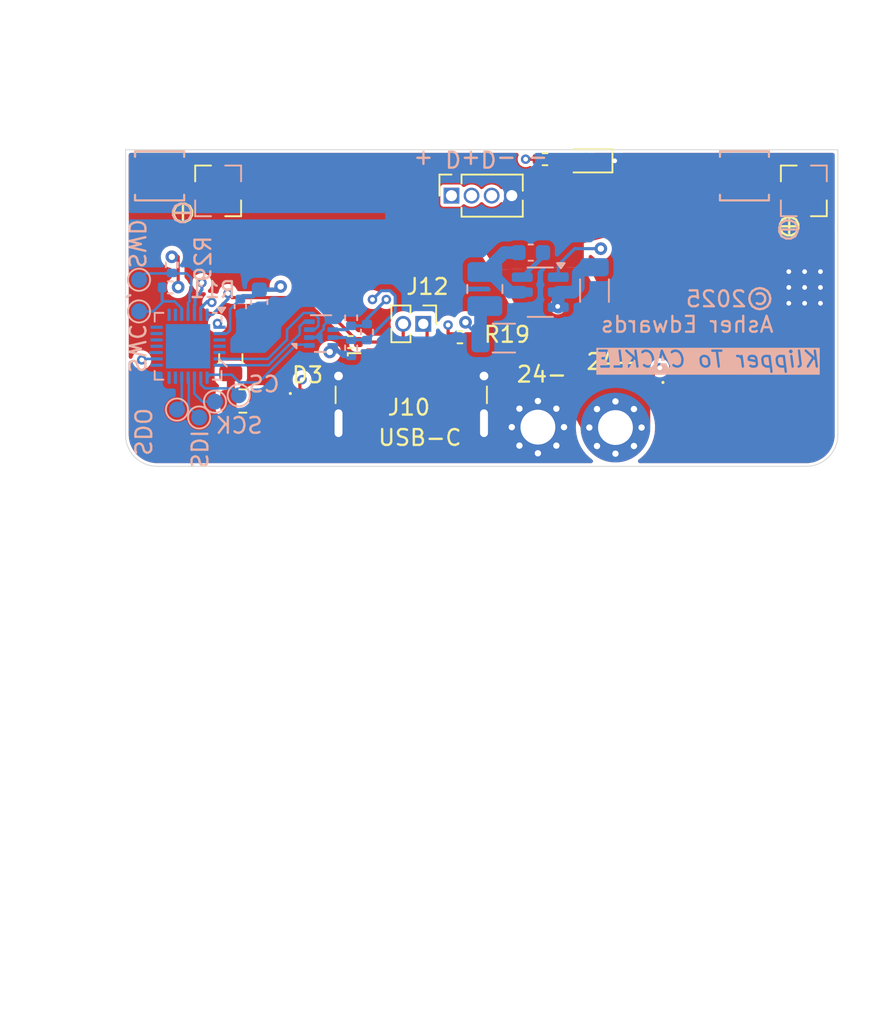
<source format=kicad_pcb>
(kicad_pcb (version 20241229) (generator "pcbnew") (generator_version "9.0")
  (title_block (title "CACKLE 2s 40A PSU & Charger") (date "2024-12-23") (rev "V1") (company "Author: Asher Edwards") (comment 1 "Licensed under CERN-OHL-S"))
  (layers (0 "F.Cu" signal) (4 "In1.Cu" signal) (6 "In2.Cu" signal) (2 "B.Cu" signal) (13 "F.Paste" user) (15 "B.Paste" user) (5 "F.SilkS" user "F.Silkscreen") (7 "B.SilkS" user "B.Silkscreen") (1 "F.Mask" user) (3 "B.Mask" user) (25 "Edge.Cuts" user))
  (net 0 "")
  (net 1 "/Connectors/3.3v")
  (net 2 "GND")
  (net 3 "/PSU/Always On PWR")
  (net 4 "/Connectors/HIGHPWR")
  (net 5 "/Connectors/USBPWR")
  (net 9 "Net-(U2-SW)")
  (net 10 "Net-(U2-BST)")
  (net 11 "unconnected-(U6-PB6-Pad17)")
  (net 13 "Net-(C7-Pad1)")
  (net 14 "/Connectors/RS485+")
  (net 15 "Net-(D4-A)")
  (net 16 "/Connectors/RS485-")
  (net 17 "/SCL")
  (net 18 "/SDA")
  (net 19 "/MCU/LED")
  (net 20 "/MCU/MISO")
  (net 22 "/Connectors/CC2")
  (net 23 "/MCU/UART1_RX")
  (net 24 "/MCU/MOSI")
  (net 25 "/MCU/UART1_TX")
  (net 26 "/MCU/SCLK")
  (net 27 "/Connectors/CC1")
  (net 28 "/Connectors/D-")
  (net 30 "/MCU/UART1-RTS")
  (net 34 "/MCU/CS")
  (net 40 "/Connectors/D+")
  (footprint "Connector_PinHeader_1.27mm:PinHeader_1x02_P1.27mm_Vertical" (layer "F.Cu") (at 126.91 123 -90)
    (property "Reference" "J12" (at -2.35 -0.265 180) (layer "F.SilkS"))
    (property "Value" "USB")
    (pad "1" thru_hole rect (at 0 0 270) (size 1 1) (drill 0.65) (layers "*.Cu" "*.Mask") (net 40 "/Connectors/D+"))
    (pad "2" thru_hole circle (at 0 1.27 270) (size 1 1) (drill 0.65) (layers "*.Cu" "*.Mask") (net 28 "/Connectors/D-"))
  )
  (footprint "Resistor_SMD:R_0805_2012Metric" (layer "F.Cu") (at 115.5125 127.875)
    (property "Reference" "R2" (hide yes))
    (property "Value" "2ohm")
    (pad "1" smd roundrect (at -0.9125 0) (size 1.025 1.4) (layers "F.Cu" "F.Mask" "F.Paste") (roundrect_rratio 0.243902) (net 13 "Net-(C7-Pad1)"))
    (pad "2" smd roundrect (at 0.9125 0) (size 1.025 1.4) (layers "F.Cu" "F.Mask" "F.Paste") (roundrect_rratio 0.243902) (net 5 "/Connectors/USBPWR"))
  )
  (footprint "Capacitor_SMD:C_0805_2012Metric" (layer "F.Cu") (at 114.75 125.175 90)
    (property "Reference" "C7" (hide yes))
    (property "Value" "10uF, 16v")
    (pad "1" smd roundrect (at -0.95 0 90) (size 1 1.45) (layers "F.Cu" "F.Mask" "F.Paste") (net 13 "Net-(C7-Pad1)"))
    (pad "2" smd roundrect (at 0.95 0 90) (size 1 1.45) (layers "F.Cu" "F.Mask" "F.Paste") (net 2 "GND"))
  )
  (footprint "Resistor_SMD:R_0402_1005Metric" (layer "F.Cu") (at 134.6 112.6)
    (property "Reference" "R25" (hide yes))
    (property "Value" "80.6 ohm")
    (pad "1" smd roundrect (at -0.51 0) (size 0.54 0.64) (layers "F.Cu" "F.Mask" "F.Paste") (net 19 "/MCU/LED"))
    (pad "2" smd roundrect (at 0.51 0) (size 0.54 0.64) (layers "F.Cu" "F.Mask" "F.Paste") (net 15 "Net-(D4-A)"))
  )
  (footprint "custom_Connector:Keystone_3579" (layer "F.Cu") (at 110.25 113.65 180)
    (property "Reference" "J3" (hide yes))
    (property "Value" "Keystone 3579")
    (pad "1" smd rect (at 0 0 180) (size 2.8 2.8) (layers "F.Cu" "F.Mask" "F.Paste") (net 4 "/Connectors/HIGHPWR"))
  )
  (footprint "custom_Connector:Keystone_3569_half" (layer "F.Cu") (at 113.95 112.05)
    (property "Reference" "J5" (hide yes))
    (property "Value" "Keystone 3569")
    (pad "1" smd rect (at 0 2.55) (size 2.5 2.8) (layers "F.Cu" "F.Mask" "F.Paste") (net 4 "/Connectors/HIGHPWR"))
  )
  (footprint "Resistor_SMD:R_0402_1005Metric" (layer "F.Cu") (at 122.3 124.15)
    (property "Reference" "R33" (hide yes))
    (property "Value" "5.1k")
    (pad "1" smd roundrect (at -0.51 0) (size 0.54 0.64) (layers "F.Cu" "F.Mask" "F.Paste") (net 2 "GND"))
    (pad "2" smd roundrect (at 0.51 0) (size 0.54 0.64) (layers "F.Cu" "F.Mask" "F.Paste") (net 27 "/Connectors/CC1"))
  )
  (footprint "custom_Connector:USB_C_G-Switch_GT-USB-7025-JLCPCBv" (layer "F.Cu") (at 126.15 128.985)
    (property "Reference" "J10" (at -0.15 -0.71 0) (layer "F.SilkS"))
    (property "Value" "G-Switch-GT-USB-7025")
    (pad "A1" smd roundrect (at -3 -3.45) (size 0.28 0.83) (layers "F.Cu" "F.Mask" "F.Paste") (net 2 "GND"))
    (pad "A4" smd roundrect (at -2.2 -3.45) (size 0.28 0.83) (layers "F.Cu" "F.Mask" "F.Paste") (net 5 "/Connectors/USBPWR"))
    (pad "A5" smd roundrect (at -1.4 -3.45) (size 0.28 0.83) (layers "F.Cu" "F.Mask" "F.Paste") (net 27 "/Connectors/CC1"))
    (pad "A6" smd roundrect (at -0.6 -3.45) (size 0.28 0.83) (layers "F.Cu" "F.Mask" "F.Paste") (net 40 "/Connectors/D+"))
    (pad "A7" smd roundrect (at -0.2 -3.45) (size 0.28 0.83) (layers "F.Cu" "F.Mask" "F.Paste") (net 28 "/Connectors/D-"))
    (pad "A8" smd roundrect (at 0.2 -3.45) (size 0.28 0.83) (layers "F.Cu" "F.Mask" "F.Paste"))
    (pad "A9" smd roundrect (at 1.8 -3.45) (size 0.28 0.83) (layers "F.Cu" "F.Mask" "F.Paste") (net 5 "/Connectors/USBPWR"))
    (pad "A12" smd roundrect (at 2.6 -3.45) (size 0.28 0.83) (layers "F.Cu" "F.Mask" "F.Paste") (net 2 "GND"))
    (pad "B1" smd roundrect (at 3 -3.45) (size 0.28 0.83) (layers "F.Cu" "F.Mask" "F.Paste") (net 2 "GND"))
    (pad "B4" smd roundrect (at 2.2 -3.45) (size 0.28 0.83) (layers "F.Cu" "F.Mask" "F.Paste") (net 5 "/Connectors/USBPWR"))
    (pad "B5" smd roundrect (at 1.4 -3.45) (size 0.28 0.83) (layers "F.Cu" "F.Mask" "F.Paste") (net 22 "/Connectors/CC2"))
    (pad "B6" smd roundrect (at 1 -3.45) (size 0.28 0.83) (layers "F.Cu" "F.Mask" "F.Paste") (net 40 "/Connectors/D+"))
    (pad "B7" smd roundrect (at 0.6 -3.45) (size 0.28 0.83) (layers "F.Cu" "F.Mask" "F.Paste") (net 28 "/Connectors/D-"))
    (pad "B8" smd roundrect (at -1 -3.45) (size 0.28 0.83) (layers "F.Cu" "F.Mask" "F.Paste"))
    (pad "B9" smd roundrect (at -1.8 -3.45) (size 0.28 0.83) (layers "F.Cu" "F.Mask" "F.Paste") (net 5 "/Connectors/USBPWR"))
    (pad "B12" smd roundrect (at -2.6 -3.45) (size 0.28 0.83) (layers "F.Cu" "F.Mask" "F.Paste") (net 2 "GND"))
    (pad "GND" smd roundrect (at -3.515 -3.45) (size 0.45 0.83) (layers "F.Cu" "F.Mask" "F.Paste") (net 2 "GND"))
    (pad "GND" smd roundrect (at 3.515 -3.45) (size 0.45 0.83) (layers "F.Cu" "F.Mask" "F.Paste") (net 2 "GND"))
    (pad "S1" thru_hole circle (at -4.595 -2.69) (size 0.85 0.85) (drill 0.55) (layers "*.Cu" "*.Mask") (net 2 "GND"))
    (pad "S1" thru_hole oval (at -4.595 0.29) (size 0.8 2.05) (drill oval 0.5 1.75) (layers "*.Cu" "*.Mask") (net 2 "GND"))
    (pad "S1" thru_hole circle (at 4.595 -2.69) (size 0.85 0.85) (drill 0.55) (layers "*.Cu" "*.Mask") (net 2 "GND"))
    (pad "S1" thru_hole oval (at 4.595 0.29) (size 0.8 2.05) (drill oval 0.5 1.75) (layers "*.Cu" "*.Mask") (net 2 "GND"))
  )
  (footprint "Connector_PinSocket_1.27mm:PinSocket_1x04_P1.27mm_Vertical" (layer "F.Cu") (at 128.69 114.9 90)
    (property "Reference" "J11" (hide yes))
    (property "Value" "1.27mm 4 pin socket")
    (pad "1" thru_hole rect (at 0 0 90) (size 1 1) (drill 0.7) (layers "*.Cu" "*.Mask") (net 1 "/Connectors/3.3v"))
    (pad "2" thru_hole oval (at 0 1.27 90) (size 1 1) (drill 0.7) (layers "*.Cu" "*.Mask") (net 14 "/Connectors/RS485+"))
    (pad "3" thru_hole oval (at 0 2.54 90) (size 1 1) (drill 0.7) (layers "*.Cu" "*.Mask") (net 16 "/Connectors/RS485-"))
    (pad "4" thru_hole oval (at 0 3.81 90) (size 1 1) (drill 0.7) (layers "*.Cu" "*.Mask") (net 2 "GND"))
  )
  (footprint "LED_SMD:LED_0603_1608Metric_Pad1.05x0.95mm_HandSolder" (layer "F.Cu") (at 137.2 112.7 180)
    (property "Reference" "D4" (hide yes))
    (property "Value" "2.6~3.1 Fv Green 5ma")
    (pad "1" smd roundrect (at -0.875 0 180) (size 1.05 0.95) (layers "F.Cu" "F.Mask" "F.Paste") (net 2 "GND"))
    (pad "2" smd roundrect (at 0.875 0 180) (size 1.05 0.95) (layers "F.Cu" "F.Mask" "F.Paste") (net 15 "Net-(D4-A)"))
  )
  (footprint "custom_Connector:Keystone_3579" (layer "F.Cu") (at 147.199999 113.65 180)
    (property "Reference" "J1" (hide yes))
    (property "Value" "Keystone 3579")
    (pad "1" smd rect (at 0 0 180) (size 2.8 2.8) (layers "F.Cu" "F.Mask" "F.Paste") (net 4 "/Connectors/HIGHPWR"))
  )
  (footprint "MountingHole:MountingHole_2.2mm_M2_Pad_Via" (layer "F.Cu") (at 139.05 129.55)
    (property "Reference" "H1" (hide yes))
    (property "Value" "HIGHPWR")
    (pad "1" thru_hole circle (at -1.65 0) (size 0.7 0.7) (drill 0.4) (layers "*.Cu" "*.Mask") (net 4 "/Connectors/HIGHPWR"))
    (pad "1" thru_hole circle (at -1.166726 -1.166726) (size 0.7 0.7) (drill 0.4) (layers "*.Cu" "*.Mask") (net 4 "/Connectors/HIGHPWR"))
    (pad "1" thru_hole circle (at -1.166726 1.166726) (size 0.7 0.7) (drill 0.4) (layers "*.Cu" "*.Mask") (net 4 "/Connectors/HIGHPWR"))
    (pad "1" thru_hole circle (at 0 -1.65) (size 0.7 0.7) (drill 0.4) (layers "*.Cu" "*.Mask") (net 4 "/Connectors/HIGHPWR"))
    (pad "1" thru_hole circle (at 0 0) (size 4.4 4.4) (drill 2.2) (layers "*.Cu" "*.Mask") (net 4 "/Connectors/HIGHPWR"))
    (pad "1" thru_hole circle (at 0 1.65) (size 0.7 0.7) (drill 0.4) (layers "*.Cu" "*.Mask") (net 4 "/Connectors/HIGHPWR"))
    (pad "1" thru_hole circle (at 1.166726 -1.166726) (size 0.7 0.7) (drill 0.4) (layers "*.Cu" "*.Mask") (net 4 "/Connectors/HIGHPWR"))
    (pad "1" thru_hole circle (at 1.166726 1.166726) (size 0.7 0.7) (drill 0.4) (layers "*.Cu" "*.Mask") (net 4 "/Connectors/HIGHPWR"))
    (pad "1" thru_hole circle (at 1.65 0) (size 0.7 0.7) (drill 0.4) (layers "*.Cu" "*.Mask") (net 4 "/Connectors/HIGHPWR"))
  )
  (footprint "Resistor_SMD:R_0402_1005Metric" (layer "F.Cu") (at 129.225 123.85 180)
    (property "Reference" "R19" (at -2.975 0.175 0) (layer "F.SilkS"))
    (property "Value" "5.1k")
    (pad "1" smd roundrect (at -0.51 0 180) (size 0.54 0.64) (layers "F.Cu" "F.Mask" "F.Paste") (net 2 "GND"))
    (pad "2" smd roundrect (at 0.51 0 180) (size 0.54 0.64) (layers "F.Cu" "F.Mask" "F.Paste") (net 22 "/Connectors/CC2"))
  )
  (footprint "custom_Connector:Keystone_3569_half" (layer "F.Cu") (at 150.95 112.05)
    (property "Reference" "J4" (hide yes))
    (property "Value" "Keystone 3569")
    (pad "1" smd rect (at 0 2.55) (size 2.5 2.8) (layers "F.Cu" "F.Mask" "F.Paste") (net 4 "/Connectors/HIGHPWR"))
  )
  (footprint "Diode_SMD:D_0402_1005Metric" (layer "F.Cu") (at 119.6 127.4)
    (property "Reference" "D3" (at 0 -1.17 0) (layer "F.SilkS"))
    (property "Value" "GSDH3005")
    (pad "1" smd roundrect (at -0.485 0) (size 0.59 0.64) (layers "F.Cu" "F.Mask" "F.Paste") (net 3 "/PSU/Always On PWR"))
    (pad "2" smd roundrect (at 0.485 0) (size 0.59 0.64) (layers "F.Cu" "F.Mask" "F.Paste") (net 5 "/Connectors/USBPWR"))
  )
  (footprint "Diode_SMD:D_0402_1005Metric" (layer "F.Cu") (at 140.96 126.7 180)
    (property "Reference" "D2" (hide yes))
    (property "Value" "GSDH3005")
    (pad "1" smd roundrect (at -0.485 0 180) (size 0.59 0.64) (layers "F.Cu" "F.Mask" "F.Paste") (net 3 "/PSU/Always On PWR"))
    (pad "2" smd roundrect (at 0.485 0 180) (size 0.59 0.64) (layers "F.Cu" "F.Mask" "F.Paste") (net 4 "/Connectors/HIGHPWR"))
  )
  (footprint "Resistor_SMD:R_0402_1005Metric" (layer "B.Cu") (at 122.351444 122.615006 90)
    (property "Reference" "R26" (hide yes))
    (property "Value" "120 ohm")
    (pad "1" smd roundrect (at -0.51 0 90) (size 0.54 0.64) (layers "B.Cu" "B.Mask" "B.Paste") (net 16 "/Connectors/RS485-"))
    (pad "2" smd roundrect (at 0.51 0 90) (size 0.54 0.64) (layers "B.Cu" "B.Mask" "B.Paste") (net 2 "GND"))
  )
  (footprint "Capacitor_SMD:C_1206_3216Metric" (layer "B.Cu") (at 137.725 120.9 -90)
    (property "Reference" "C28" (hide yes))
    (property "Value" "22uf, 32v")
    (pad "1" smd roundrect (at -1.475001 0 270) (size 1.15 1.8) (layers "B.Cu" "B.Mask" "B.Paste") (roundrect_rratio 0.217391) (net 3 "/PSU/Always On PWR"))
    (pad "2" smd roundrect (at 1.475001 0 270) (size 1.15 1.8) (layers "B.Cu" "B.Mask" "B.Paste") (roundrect_rratio 0.217391) (net 2 "GND"))
  )
  (footprint "Capacitor_SMD:C_0603_1608Metric" (layer "B.Cu") (at 133.7 118.5 180)
    (property "Reference" "C40" (hide yes))
    (property "Value" "100nF, 16v")
    (pad "1" smd roundrect (at -0.775 0 180) (size 0.9 0.95) (layers "B.Cu" "B.Mask" "B.Paste") (net 10 "Net-(U2-BST)"))
    (pad "2" smd roundrect (at 0.775 0 180) (size 0.9 0.95) (layers "B.Cu" "B.Mask" "B.Paste") (net 9 "Net-(U2-SW)"))
  )
  (footprint "TestPoint:TestPoint_Pad_D1.0mm" (layer "B.Cu") (at 108.951444 120.215006 180)
    (property "Reference" "TP4" (hide yes))
    (property "Value" "SWD" (hide yes))
    (pad "1" smd circle (at 0 0 180) (size 1 1) (layers "B.Cu" "B.Mask") (net 18 "/SDA"))
  )
  (footprint "TestPoint:TestPoint_Pad_D1.0mm" (layer "B.Cu") (at 113.751444 127.915006 180)
    (property "Reference" "TP3" (hide yes))
    (property "Value" "SCK" (at -1.523556 -1.509994 180) (layer "B.SilkS") (effects (justify mirror)))
    (pad "1" smd circle (at 0 0 180) (size 1 1) (layers "B.Cu" "B.Mask") (net 26 "/MCU/SCLK"))
  )
  (footprint "Package_TO_SOT_SMD:SOT-583-8" (layer "B.Cu") (at 120.451444 123.615006)
    (property "Reference" "U5" (hide yes))
    (property "Value" "THVD1420DRLR")
    (pad "1" smd roundrect (at -0.74 0.75) (size 0.67 0.3) (layers "B.Cu" "B.Mask" "B.Paste") (roundrect_rratio 0.1666666667) (net 23 "/MCU/UART1_RX"))
    (pad "2" smd roundrect (at -0.74 0.25) (size 0.67 0.3) (layers "B.Cu" "B.Mask" "B.Paste") (roundrect_rratio 0.1666666667) (net 2 "GND"))
    (pad "3" smd roundrect (at -0.74 -0.25) (size 0.67 0.3) (layers "B.Cu" "B.Mask" "B.Paste") (roundrect_rratio 0.1666666667) (net 30 "/MCU/UART1-RTS"))
    (pad "4" smd roundrect (at -0.74 -0.75) (size 0.67 0.3) (layers "B.Cu" "B.Mask" "B.Paste") (roundrect_rratio 0.1666666667) (net 25 "/MCU/UART1_TX"))
    (pad "5" smd roundrect (at 0.74 -0.75) (size 0.67 0.3) (layers "B.Cu" "B.Mask" "B.Paste") (roundrect_rratio 0.1666666667) (net 2 "GND"))
    (pad "6" smd roundrect (at 0.74 -0.25) (size 0.67 0.3) (layers "B.Cu" "B.Mask" "B.Paste") (roundrect_rratio 0.1666666667) (net 16 "/Connectors/RS485-"))
    (pad "7" smd roundrect (at 0.74 0.25) (size 0.67 0.3) (layers "B.Cu" "B.Mask" "B.Paste") (roundrect_rratio 0.1666666667) (net 14 "/Connectors/RS485+"))
    (pad "8" smd roundrect (at 0.74 0.75) (size 0.67 0.3) (layers "B.Cu" "B.Mask" "B.Paste") (roundrect_rratio 0.1666666667) (net 1 "/Connectors/3.3v"))
  )
  (footprint "TestPoint:TestPoint_Pad_D1.0mm" (layer "B.Cu") (at 115.251444 127.515006 180)
    (property "Reference" "TP2" (hide yes))
    (property "Value" "CS" (at -1.6 0.7 0) (layer "B.SilkS") (effects (justify mirror)))
    (pad "1" smd circle (at 0 0 180) (size 1 1) (layers "B.Cu" "B.Mask") (net 34 "/MCU/CS"))
  )
  (footprint "Inductor_SMD:L_1008_2520Metric" (layer "B.Cu") (at 130.8 120.8 -90)
    (property "Reference" "L3" (hide yes))
    (property "Value" "2.2uH, WIP322512A-2R2MLDG")
    (pad "1" smd roundrect (at -1.075 0 270) (size 1.25 2.2) (layers "B.Cu" "B.Mask" "B.Paste") (roundrect_rratio 0.2) (net 9 "Net-(U2-SW)"))
    (pad "2" smd roundrect (at 1.075 0 270) (size 1.25 2.2) (layers "B.Cu" "B.Mask" "B.Paste") (roundrect_rratio 0.2) (net 1 "/Connectors/3.3v"))
  )
  (footprint "Resistor_SMD:R_0402_1005Metric" (layer "B.Cu") (at 111.025 119.275 90)
    (property "Reference" "R29" (at 0.375 1.975 90) (layer "B.SilkS") (effects (justify mirror)))
    (property "Value" "10k")
    (pad "1" smd roundrect (at -0.51 0 90) (size 0.54 0.64) (layers "B.Cu" "B.Mask" "B.Paste") (net 18 "/SDA"))
    (pad "2" smd roundrect (at 0.51 0 90) (size 0.54 0.64) (layers "B.Cu" "B.Mask" "B.Paste") (net 1 "/Connectors/3.3v"))
  )
  (footprint "TestPoint:TestPoint_Pad_D1.0mm" (layer "B.Cu") (at 112.751444 128.915006 180)
    (property "Reference" "TP5" (hide yes))
    (property "Value" "SDI" (at 0.026444 -2.009994 270) (layer "B.SilkS") (effects (justify mirror)))
    (pad "1" smd circle (at 0 0 180) (size 1 1) (layers "B.Cu" "B.Mask") (net 20 "/MCU/MISO"))
  )
  (footprint "Resistor_SMD:R_0402_1005Metric" (layer "B.Cu") (at 110.925 120.7)
    (property "Reference" "R11" (at 2.675 0.15 180) (layer "B.SilkS") (effects (justify mirror)))
    (property "Value" "10k")
    (pad "1" smd roundrect (at -0.51 0) (size 0.54 0.64) (layers "B.Cu" "B.Mask" "B.Paste") (net 17 "/SCL"))
    (pad "2" smd roundrect (at 0.51 0) (size 0.54 0.64) (layers "B.Cu" "B.Mask" "B.Paste") (net 1 "/Connectors/3.3v"))
  )
  (footprint "TestPoint:TestPoint_Pad_D1.0mm" (layer "B.Cu") (at 111.351444 128.415006 180)
    (property "Reference" "TP6" (hide yes))
    (property "Value" "SDO" (at 2.176444 -1.409994 270) (layer "B.SilkS") (effects (justify mirror)))
    (pad "1" smd circle (at 0 0 180) (size 1 1) (layers "B.Cu" "B.Mask") (net 24 "/MCU/MOSI"))
  )
  (footprint "Resistor_SMD:R_0402_1005Metric" (layer "B.Cu") (at 123.351444 123.515006 -90)
    (property "Reference" "R27" (hide yes))
    (property "Value" "120 ohm")
    (pad "1" smd roundrect (at -0.51 0 270) (size 0.54 0.64) (layers "B.Cu" "B.Mask" "B.Paste") (net 16 "/Connectors/RS485-"))
    (pad "2" smd roundrect (at 0.51 0 270) (size 0.54 0.64) (layers "B.Cu" "B.Mask" "B.Paste") (net 14 "/Connectors/RS485+"))
  )
  (footprint "custom_Connector:Keystone_3569_half" (layer "B.Cu") (at 150.95 112.05 180)
    (property "Reference" "J8" (hide yes))
    (property "Value" "Keystone 3569")
    (pad "1" smd rect (at 0 -2.55 180) (size 2.5 2.8) (layers "B.Cu" "B.Mask" "B.Paste") (net 2 "GND"))
  )
  (footprint "Capacitor_SMD:C_0402_1005Metric" (layer "B.Cu") (at 115.351444 121.915006 -90)
    (property "Reference" "C25" (hide yes))
    (property "Value" "100nF, 16v")
    (pad "1" smd roundrect (at -0.48 0 270) (size 0.56 0.62) (layers "B.Cu" "B.Mask" "B.Paste") (net 1 "/Connectors/3.3v"))
    (pad "2" smd roundrect (at 0.48 0 270) (size 0.56 0.62) (layers "B.Cu" "B.Mask" "B.Paste") (net 2 "GND"))
  )
  (footprint "custom_Connector:Keystone_3579" (layer "B.Cu") (at 110.25 113.65)
    (property "Reference" "J7" (hide yes))
    (property "Value" "Keystone 3579")
    (pad "1" smd rect (at 0 0) (size 2.8 2.8) (layers "B.Cu" "B.Mask" "B.Paste") (net 2 "GND"))
  )
  (footprint "Capacitor_SMD:C_1206_3216Metric" (layer "B.Cu") (at 132 123.9)
    (property "Reference" "C27" (hide yes))
    (property "Value" "22uf, 16v CL31A226MOCLNN")
    (pad "1" smd roundrect (at -1.475 0) (size 1.15 1.8) (layers "B.Cu" "B.Mask" "B.Paste") (roundrect_rratio 0.217391) (net 1 "/Connectors/3.3v"))
    (pad "2" smd roundrect (at 1.475 0) (size 1.15 1.8) (layers "B.Cu" "B.Mask" "B.Paste") (roundrect_rratio 0.217391) (net 2 "GND"))
  )
  (footprint "Package_DFN_QFN:QFN-28-1EP_4x4mm_P0.4mm_EP2.8x2.8mm" (layer "B.Cu") (at 112.051444 124.415006 180)
    (property "Reference" "U6" (hide yes))
    (property "Value" "CH32X035G8U6")
    (pad "1" smd roundrect (at -1.9875 1.2 180) (size 0.775 0.2) (layers "B.Cu" "B.Mask" "B.Paste") (net 22 "/Connectors/CC2"))
    (pad "2" smd roundrect (at -1.9875 0.8 180) (size 0.775 0.2) (layers "B.Cu" "B.Mask" "B.Paste") (net 1 "/Connectors/3.3v"))
    (pad "3" smd roundrect (at -1.9875 0.4 180) (size 0.775 0.2) (layers "B.Cu" "B.Mask" "B.Paste"))
    (pad "4" smd roundrect (at -1.9875 0 180) (size 0.775 0.2) (layers "B.Cu" "B.Mask" "B.Paste"))
    (pad "5" smd roundrect (at -1.9875 -0.4 180) (size 0.775 0.2) (layers "B.Cu" "B.Mask" "B.Paste"))
    (pad "6" smd roundrect (at -1.9875 -0.8 180) (size 0.775 0.2) (layers "B.Cu" "B.Mask" "B.Paste") (net 30 "/MCU/UART1-RTS"))
    (pad "7" smd roundrect (at -1.9875 -1.2 180) (size 0.775 0.2) (layers "B.Cu" "B.Mask" "B.Paste") (net 25 "/MCU/UART1_TX"))
    (pad "8" smd roundrect (at -1.2 -1.9875 180) (size 0.2 0.775) (layers "B.Cu" "B.Mask" "B.Paste") (net 23 "/MCU/UART1_RX"))
    (pad "9" smd roundrect (at -0.8 -1.9875 180) (size 0.2 0.775) (layers "B.Cu" "B.Mask" "B.Paste") (net 34 "/MCU/CS"))
    (pad "10" smd roundrect (at -0.4 -1.9875 180) (size 0.2 0.775) (layers "B.Cu" "B.Mask" "B.Paste") (net 26 "/MCU/SCLK"))
    (pad "11" smd roundrect (at 0 -1.9875 180) (size 0.2 0.775) (layers "B.Cu" "B.Mask" "B.Paste") (net 20 "/MCU/MISO"))
    (pad "12" smd roundrect (at 0.4 -1.9875 180) (size 0.2 0.775) (layers "B.Cu" "B.Mask" "B.Paste") (net 24 "/MCU/MOSI"))
    (pad "13" smd roundrect (at 0.8 -1.9875 180) (size 0.2 0.775) (layers "B.Cu" "B.Mask" "B.Paste"))
    (pad "14" smd roundrect (at 1.2 -1.9875 180) (size 0.2 0.775) (layers "B.Cu" "B.Mask" "B.Paste"))
    (pad "15" smd roundrect (at 1.9875 -1.2 180) (size 0.775 0.2) (layers "B.Cu" "B.Mask" "B.Paste"))
    (pad "16" smd roundrect (at 1.9875 -0.8 180) (size 0.775 0.2) (layers "B.Cu" "B.Mask" "B.Paste") (net 19 "/MCU/LED"))
    (pad "17" smd roundrect (at 1.9875 -0.4 180) (size 0.775 0.2) (layers "B.Cu" "B.Mask" "B.Paste") (net 11 "unconnected-(U6-PB6-Pad17)"))
    (pad "18" smd roundrect (at 1.9875 0 180) (size 0.775 0.2) (layers "B.Cu" "B.Mask" "B.Paste"))
    (pad "19" smd roundrect (at 1.9875 0.4 180) (size 0.775 0.2) (layers "B.Cu" "B.Mask" "B.Paste"))
    (pad "20" smd roundrect (at 1.9875 0.8 180) (size 0.775 0.2) (layers "B.Cu" "B.Mask" "B.Paste"))
    (pad "21" smd roundrect (at 1.9875 1.2 180) (size 0.775 0.2) (layers "B.Cu" "B.Mask" "B.Paste"))
    (pad "22" smd roundrect (at 1.2 1.9875 180) (size 0.2 0.775) (layers "B.Cu" "B.Mask" "B.Paste"))
    (pad "23" smd roundrect (at 0.8 1.9875 180) (size 0.2 0.775) (layers "B.Cu" "B.Mask" "B.Paste"))
    (pad "24" smd roundrect (at 0.4 1.9875 180) (size 0.2 0.775) (layers "B.Cu" "B.Mask" "B.Paste") (net 17 "/SCL"))
    (pad "25" smd roundrect (at 0 1.9875 180) (size 0.2 0.775) (layers "B.Cu" "B.Mask" "B.Paste") (net 18 "/SDA"))
    (pad "26" smd roundrect (at -0.4 1.9875 180) (size 0.2 0.775) (layers "B.Cu" "B.Mask" "B.Paste") (net 28 "/Connectors/D-"))
    (pad "27" smd roundrect (at -0.8 1.9875 180) (size 0.2 0.775) (layers "B.Cu" "B.Mask" "B.Paste") (net 40 "/Connectors/D+"))
    (pad "28" smd roundrect (at -1.2 1.9875 180) (size 0.2 0.775) (layers "B.Cu" "B.Mask" "B.Paste") (net 27 "/Connectors/CC1"))
    (pad "29" smd rect (at 0 0 180) (size 2.8 2.8) (property pad_prop_heatsink) (layers "B.Cu" "B.Mask") (net 2 "GND"))
  )
  (footprint "TestPoint:TestPoint_Pad_D1.0mm" (layer "B.Cu") (at 108.951444 122.215006 180)
    (property "Reference" "TP1" (hide yes))
    (property "Value" "SWC" (hide yes))
    (pad "1" smd circle (at 0 0 180) (size 1 1) (layers "B.Cu" "B.Mask") (net 17 "/SCL"))
  )
  (footprint "Resistor_SMD:R_0402_1005Metric" (layer "B.Cu") (at 122.351444 124.515006 90)
    (property "Reference" "R28" (hide yes))
    (property "Value" "120 ohm")
    (pad "1" smd roundrect (at -0.51 0 90) (size 0.54 0.64) (layers "B.Cu" "B.Mask" "B.Paste") (net 1 "/Connectors/3.3v"))
    (pad "2" smd roundrect (at 0.51 0 90) (size 0.54 0.64) (layers "B.Cu" "B.Mask" "B.Paste") (net 14 "/Connectors/RS485+"))
  )
  (footprint "Package_TO_SOT_SMD:TSOT-23-6" (layer "B.Cu") (at 134.3 121 180)
    (property "Reference" "U2" (hide yes))
    (property "Value" "AP63203WU")
    (pad "1" smd roundrect (at -1.1375 0.95 180) (size 1.325 0.6) (layers "B.Cu" "B.Mask" "B.Paste") (net 1 "/Connectors/3.3v"))
    (pad "2" smd roundrect (at -1.1375 0 180) (size 1.325 0.6) (layers "B.Cu" "B.Mask" "B.Paste") (net 3 "/PSU/Always On PWR"))
    (pad "3" smd roundrect (at -1.1375 -0.95 180) (size 1.325 0.6) (layers "B.Cu" "B.Mask" "B.Paste") (net 3 "/PSU/Always On PWR"))
    (pad "4" smd roundrect (at 1.1375 -0.95 180) (size 1.325 0.6) (layers "B.Cu" "B.Mask" "B.Paste") (net 2 "GND"))
    (pad "5" smd roundrect (at 1.1375 0 180) (size 1.325 0.6) (layers "B.Cu" "B.Mask" "B.Paste") (net 9 "Net-(U2-SW)"))
    (pad "6" smd roundrect (at 1.1375 0.95 180) (size 1.325 0.6) (layers "B.Cu" "B.Mask" "B.Paste") (net 10 "Net-(U2-BST)"))
  )
  (footprint "custom_Connector:Keystone_3569_half" (layer "B.Cu") (at 113.95 112.05 180)
    (property "Reference" "J9" (hide yes))
    (property "Value" "Keystone 3569")
    (pad "1" smd rect (at 0 -2.55 180) (size 2.5 2.8) (layers "B.Cu" "B.Mask" "B.Paste") (net 2 "GND"))
  )
  (footprint "Capacitor_SMD:C_0603_1608Metric" (layer "B.Cu") (at 116.551444 121.615006 -90)
    (property "Reference" "C26" (hide yes))
    (property "Value" "4.7uF, 16v")
    (pad "1" smd roundrect (at -0.775 0 270) (size 0.9 0.95) (layers "B.Cu" "B.Mask" "B.Paste") (net 1 "/Connectors/3.3v"))
    (pad "2" smd roundrect (at 0.775 0 270) (size 0.9 0.95) (layers "B.Cu" "B.Mask" "B.Paste") (net 2 "GND"))
  )
  (footprint "custom_Connector:Keystone_3579" (layer "B.Cu") (at 147.200001 113.65)
    (property "Reference" "J6" (hide yes))
    (property "Value" "Keystone 3579")
    (pad "1" smd rect (at 0 0) (size 2.8 2.8) (layers "B.Cu" "B.Mask" "B.Paste") (net 2 "GND"))
  )
  (footprint "MountingHole:MountingHole_2.2mm_M2_Pad_Via" (layer "B.Cu") (at 134.15 129.525 -45)
    (property "Reference" "H2" (hide yes))
    (property "Value" "HIGHGND")
    (pad "1" thru_hole circle (at -1.65 0 315) (size 0.7 0.7) (drill 0.4) (layers "*.Cu" "*.Mask") (net 2 "GND"))
    (pad "1" thru_hole circle (at -1.166726 -1.166726 315) (size 0.7 0.7) (drill 0.4) (layers "*.Cu" "*.Mask") (net 2 "GND"))
    (pad "1" thru_hole circle (at -1.166726 1.166726 315) (size 0.7 0.7) (drill 0.4) (layers "*.Cu" "*.Mask") (net 2 "GND"))
    (pad "1" thru_hole circle (at 0 -1.65 315) (size 0.7 0.7) (drill 0.4) (layers "*.Cu" "*.Mask") (net 2 "GND"))
    (pad "1" thru_hole circle (at 0 0 315) (size 4.4 4.4) (drill 2.2) (layers "*.Cu" "*.Mask") (net 2 "GND"))
    (pad "1" thru_hole circle (at 0 1.65 315) (size 0.7 0.7) (drill 0.4) (layers "*.Cu" "*.Mask") (net 2 "GND"))
    (pad "1" thru_hole circle (at 1.166726 -1.166726 315) (size 0.7 0.7) (drill 0.4) (layers "*.Cu" "*.Mask") (net 2 "GND"))
    (pad "1" thru_hole circle (at 1.166726 1.166726 315) (size 0.7 0.7) (drill 0.4) (layers "*.Cu" "*.Mask") (net 2 "GND"))
    (pad "1" thru_hole circle (at 1.65 0 315) (size 0.7 0.7) (drill 0.4) (layers "*.Cu" "*.Mask") (net 2 "GND"))
  )
  (gr_line (start 114.5 125.7) (end 114 125.2) (stroke (width 0.12)) (layer "B.SilkS"))
  (gr_line (start 108.1 130) (end 108.1 112) (stroke (width 0.05)) (layer "Edge.Cuts"))
  (gr_line (start 108.1 112) (end 153.1 112) (stroke (width 0.05)) (layer "Edge.Cuts"))
  (gr_arc (start 153.1 130) (mid 152.514214 131.414214) (end 151.1 132) (stroke (width 0.05)) (layer "Edge.Cuts"))
  (gr_line (start 151.1 132) (end 110.1 132) (stroke (width 0.05)) (layer "Edge.Cuts"))
  (gr_arc (start 110.1 132) (mid 108.685786 131.414214) (end 108.1 130) (stroke (width 0.05)) (layer "Edge.Cuts"))
  (gr_line (start 153.1 112) (end 153.1 130) (stroke (width 0.05)) (layer "Edge.Cuts"))
  (gr_text "USB-C" (at 123.975 130.775 0) (layer "F.SilkS") (effects (font (size 1 1)) (justify left bottom)))
  (gr_text "⊕" (at 110.7 116.75 -0) (layer "F.SilkS") (effects (font (size 1.5 1.5)) (justify left bottom)))
  (gr_text "24+" (at 137.125 125.975 0) (layer "F.SilkS") (effects (font (size 1 1)) (justify left bottom)))
  (gr_text "24-" (at 132.725 126.775 0) (layer "F.SilkS") (effects (font (size 1 1)) (justify left bottom)))
  (gr_text "⊕" (at 149 117.6 -0) (layer "F.SilkS") (effects (font (size 1.5 1.5)) (justify left bottom)))
  (gr_text "⊖" (at 151 117.8 0) (layer "B.SilkS") (effects (font (size 1.5 1.5)) (justify left bottom mirror)))
  (gr_text "Klipper To CACKLE" (at 152.1 125.825 0) (layer "B.SilkS" knockout) (effects (font (size 1 1) (thickness 0.15) (italic yes)) (justify left bottom mirror)))
  (gr_text "⊖" (at 112.7 116.75 0) (layer "B.SilkS") (effects (font (size 1.5 1.5)) (justify left bottom mirror)))
  (gr_text "+ D+D- -" (at 126.2 112 180) (layer "B.SilkS") (effects (font (size 1 1)) (justify left bottom mirror)))
  (gr_text "©2025\nAsher Edwards" (at 149.125 123.625 0) (layer "B.SilkS") (effects (font (size 1 1)) (justify left bottom mirror)))
  (gr_text "SWC  ,  SWD" (at 108.225 126.2 270) (layer "B.SilkS") (effects (font (size 1 1)) (justify left bottom mirror)))
  (segment (start 111.425 118.775) (end 111.175 118.525) (width 0.2) (layer "F.Cu") (net 1))
  (segment (start 111.175 118.525) (end 111.025 118.675) (width 0.2) (layer "F.Cu") (net 1))
  (segment (start 111.425 120.675) (end 111.425 118.775) (width 0.2) (layer "F.Cu") (net 1))
  (segment (start 111.025 118.675) (end 111.025 118.765) (width 0.2) (layer "F.Cu") (net 1))
  (via (at 129.575 122.9) (size 0.8) (drill 0.4) (layers "F.Cu" "B.Cu") (net 1))
  (via (at 111.425 120.675) (size 0.8) (drill 0.4) (layers "F.Cu" "B.Cu") (net 1))
  (via (at 138.125 118.249999) (size 0.8) (drill 0.4) (layers "F.Cu" "B.Cu") (net 1))
  (via (at 117.89694 120.640006) (size 0.8) (drill 0.4) (layers "F.Cu" "B.Cu") (net 1))
  (via (at 111.025 118.765) (size 0.8) (drill 0.4) (layers "F.Cu" "B.Cu") (net 1))
  (via (at 121 124.775) (size 0.8) (drill 0.4) (layers "F.Cu" "B.Cu") (net 1))
  (segment (start 130.8 121.875) (end 130.525 122.15) (width 0.8) (layer "B.Cu") (net 1))
  (segment (start 116.136444 121.255006) (end 115.511444 121.255006) (width 0.28) (layer "B.Cu") (net 1))
  (segment (start 121.851444 125.025006) (end 121.191444 124.365006) (width 0.28) (layer "B.Cu") (net 1))
  (segment (start 117.89694 120.640006) (end 117.69694 120.840006) (width 0.28) (layer "B.Cu") (net 1))
  (segment (start 117.69694 120.840006) (end 116.551444 120.840006) (width 0.28) (layer "B.Cu") (net 1))
  (segment (start 138.125 118.249999) (end 136.475001 118.249999) (width 0.2) (layer "B.Cu") (net 1))
  (segment (start 130.525 123.9) (end 130.439966 123.985034) (width 0.6) (layer "B.Cu") (net 1))
  (segment (start 136.475001 118.249999) (end 135.4375 119.2875) (width 0.2) (layer "B.Cu") (net 1))
  (segment (start 111.435 120.7) (end 111.435 120.685) (width 0.2) (layer "B.Cu") (net 1))
  (segment (start 115.511444 121.255006) (end 115.351444 121.415006) (width 0.28) (layer "B.Cu") (net 1))
  (segment (start 111.435 120.685) (end 111.425 120.675) (width 0.2) (layer "B.Cu") (net 1))
  (segment (start 121 124.775) (end 122.101438 124.775) (width 0.2) (layer "B.Cu") (net 1))
  (segment (start 130.385034 123.985034) (end 130.439966 123.985034) (width 0.8) (layer "B.Cu") (net 1))
  (segment (start 114.038944 123.615006) (end 114.494522 123.615006) (width 0.16) (layer "B.Cu") (net 1))
  (segment (start 135.4375 119.2875) (end 135.4375 120.05) (width 0.2) (layer "B.Cu") (net 1))
  (segment (start 115.351444 121.415006) (end 115.351444 121.435006) (width 0.28) (layer "B.Cu") (net 1))
  (segment (start 130.525 122.15) (end 130.525 123.9) (width 0.8) (layer "B.Cu") (net 1))
  (segment (start 116.551444 120.840006) (end 116.136444 121.255006) (width 0.28) (layer "B.Cu") (net 1))
  (segment (start 129.575 122.9) (end 129.575 122.95) (width 0.2) (layer "B.Cu") (net 1))
  (segment (start 114.706444 122.080006) (end 115.351444 121.435006) (width 0.16) (layer "B.Cu") (net 1))
  (segment (start 129.575 122.95) (end 130.525 123.9) (width 0.2) (layer "B.Cu") (net 1))
  (segment (start 122.101438 124.775) (end 122.351444 125.025006) (width 0.2) (layer "B.Cu") (net 1))
  (segment (start 122.351444 125.025006) (end 121.851444 125.025006) (width 0.28) (layer "B.Cu") (net 1))
  (segment (start 114.706444 123.403084) (end 114.706444 122.080006) (width 0.16) (layer "B.Cu") (net 1))
  (segment (start 114.494522 123.615006) (end 114.706444 123.403084) (width 0.16) (layer "B.Cu") (net 1))
  (segment (start 139 112.7) (end 138.075 112.7) (width 0.16) (layer "F.Cu") (net 2))
  (via (at 150 121.7) (size 0.6) (drill 0.3) (layers "F.Cu" "B.Cu") (net 2))
  (via (at 152 120.7) (size 0.6) (drill 0.3) (layers "F.Cu" "B.Cu") (net 2))
  (via (at 151 120.7) (size 0.6) (drill 0.3) (layers "F.Cu" "B.Cu") (net 2))
  (via (at 151 121.7) (size 0.6) (drill 0.3) (layers "F.Cu" "B.Cu") (net 2))
  (via (at 152 119.7) (size 0.6) (drill 0.3) (layers "F.Cu" "B.Cu") (net 2))
  (via (at 150 120.7) (size 0.6) (drill 0.3) (layers "F.Cu" "B.Cu") (net 2))
  (via (at 152 121.7) (size 0.6) (drill 0.3) (layers "F.Cu" "B.Cu") (net 2))
  (via (at 139 112.7) (size 0.6) (drill 0.3) (layers "F.Cu" "B.Cu") (net 2))
  (via (at 151 119.7) (size 0.6) (drill 0.3) (layers "F.Cu" "B.Cu") (net 2))
  (via (at 150 119.7) (size 0.6) (drill 0.3) (layers "F.Cu" "B.Cu") (net 2))
  (segment (start 120.856444 122.865006) (end 121.191444 122.865006) (width 0.16) (layer "B.Cu") (net 2))
  (segment (start 120.616444 123.332408) (end 120.083846 123.865006) (width 0.16) (layer "B.Cu") (net 2))
  (segment (start 120.616444 123.105006) (end 120.856444 122.865006) (width 0.16) (layer "B.Cu") (net 2))
  (segment (start 116.596444 122.435006) (end 116.551444 122.390006) (width 0.16) (layer "B.Cu") (net 2))
  (segment (start 115.351444 122.395006) (end 116.546444 122.395006) (width 0.16) (layer "B.Cu") (net 2))
  (segment (start 119.681444 123.835006) (end 119.711444 123.865006) (width 0.16) (layer "B.Cu") (net 2))
  (segment (start 121.591444 122.865006) (end 122.351444 122.105006) (width 0.16) (layer "B.Cu") (net 2))
  (segment (start 115.341444 122.405006) (end 115.351444 122.395006) (width 0.16) (layer "B.Cu") (net 2))
  (segment (start 120.616444 123.332408) (end 120.616444 123.105006) (width 0.16) (layer "B.Cu") (net 2))
  (segment (start 121.191444 122.865006) (end 121.591444 122.865006) (width 0.16) (layer "B.Cu") (net 2))
  (segment (start 120.083846 123.865006) (end 119.711444 123.865006) (width 0.16) (layer "B.Cu") (net 2))
  (segment (start 116.546444 122.395006) (end 116.551444 122.390006) (width 0.16) (layer "B.Cu") (net 2))
  (segment (start 141.445 126.18) (end 141.85 125.775) (width 0.2) (layer "F.Cu") (net 3))
  (segment (start 119.115 127.4) (end 119.115 126.66) (width 0.2) (layer "F.Cu") (net 3))
  (segment (start 119.115 126.66) (end 119.25 126.525) (width 0.2) (layer "F.Cu") (net 3))
  (segment (start 141.445 126.7) (end 141.445 126.18) (width 0.2) (layer "F.Cu") (net 3))
  (via (at 141.85 125.775) (size 0.6) (drill 0.3) (layers "F.Cu" "B.Cu") (net 3))
  (via (at 119.25 126.525) (size 0.6) (drill 0.3) (layers "F.Cu" "B.Cu") (net 3))
  (via (at 135.4 121.9) (size 0.6) (drill 0.3) (layers "F.Cu" "B.Cu") (net 3))
  (segment (start 137.125 119.375) (end 136.7 119.8) (width 0.8) (layer "B.Cu") (net 3))
  (segment (start 137.424999 119.375) (end 137.125 119.375) (width 0.8) (layer "B.Cu") (net 3))
  (segment (start 135.4375 121) (end 135.4375 121.95) (width 0.8) (layer "B.Cu") (net 3))
  (segment (start 136.7 119.8) (end 136.7 120.6875) (width 0.8) (layer "B.Cu") (net 3))
  (segment (start 136.7 120.6875) (end 136.3875 121) (width 0.8) (layer "B.Cu") (net 3))
  (segment (start 136.3875 121) (end 135.4375 121) (width 0.8) (layer "B.Cu") (net 3))
  (segment (start 123.65 127.425) (end 124.1 126.975) (width 0.5) (layer "F.Cu") (net 5))
  (segment (start 128.199 127.326) (end 128.199 125.535) (width 0.5) (layer "F.Cu") (net 5))
  (segment (start 120.085 128.006536) (end 119.925 128.166536) (width 0.5) (layer "F.Cu") (net 5))
  (segment (start 124.199 126.876) (end 124.199 125.535) (width 0.5) (layer "F.Cu") (net 5))
  (segment (start 125.45 128.325) (end 127.2 128.325) (width 0.5) (layer "F.Cu") (net 5))
  (segment (start 119.925 128.166536) (end 120.891537 128.166536) (width 0.5) (layer "F.Cu") (net 5))
  (segment (start 124.1 126.975) (end 125.45 128.325) (width 0.5) (layer "F.Cu") (net 5))
  (segment (start 116.716536 128.166536) (end 119.925 128.166536) (width 0.5) (layer "F.Cu") (net 5))
  (segment (start 124.1 126.975) (end 124.199 126.876) (width 0.5) (layer "F.Cu") (net 5))
  (segment (start 127.2 128.325) (end 128.199 127.326) (width 0.5) (layer "F.Cu") (net 5))
  (segment (start 120.085 127.4) (end 120.085 128.006536) (width 0.5) (layer "F.Cu") (net 5))
  (segment (start 116.425 127.875) (end 116.716536 128.166536) (width 0.5) (layer "F.Cu") (net 5))
  (segment (start 120.891537 128.166536) (end 121.633073 127.425) (width 0.5) (layer "F.Cu") (net 5))
  (segment (start 121.633073 127.425) (end 123.65 127.425) (width 0.5) (layer "F.Cu") (net 5))
  (segment (start 132.925 118.5) (end 132.025 118.5) (width 0.8) (layer "B.Cu") (net 9))
  (segment (start 133.1625 121) (end 132.385184 121) (width 0.8) (layer "B.Cu") (net 9))
  (segment (start 131.110184 119.725) (end 130.8 119.725) (width 0.8) (layer "B.Cu") (net 9))
  (segment (start 132.385184 121) (end 131.110184 119.725) (width 0.8) (layer "B.Cu") (net 9))
  (segment (start 132.025 118.5) (end 130.8 119.725) (width 0.8) (layer "B.Cu") (net 9))
  (segment (start 134.475 118.7375) (end 133.1625 120.05) (width 0.28) (layer "B.Cu") (net 10))
  (segment (start 110.063944 124.815006) (end 109.664936 124.815006) (width 0.16) (layer "B.Cu") (net 11))
  (segment (start 114.75 126.125) (end 114.75 127.725) (width 0.5) (layer "F.Cu") (net 13))
  (segment (start 114.75 127.725) (end 114.6 127.875) (width 0.5) (layer "F.Cu") (net 13))
  (via (at 123.7 121.465) (size 0.6) (drill 0.3) (layers "F.Cu" "B.Cu") (net 14))
  (segment (start 122.211444 123.865006) (end 122.351444 124.005006) (width 0.2) (layer "B.Cu") (net 14))
  (segment (start 125.136 122.24045) (end 123.351444 124.025006) (width 0.2) (layer "B.Cu") (net 14))
  (segment (start 123.331444 124.005006) (end 123.351444 124.025006) (width 0.2) (layer "B.Cu") (net 14))
  (segment (start 123.7 121.465) (end 124.261 120.904) (width 0.2) (layer "B.Cu") (net 14))
  (segment (start 124.261 120.904) (end 124.807374 120.904) (width 0.2) (layer "B.Cu") (net 14))
  (segment (start 121.191444 123.865006) (end 122.211444 123.865006) (width 0.2) (layer "B.Cu") (net 14))
  (segment (start 125.136 121.232626) (end 125.136 122.24045) (width 0.2) (layer "B.Cu") (net 14))
  (segment (start 122.351444 124.005006) (end 123.331444 124.005006) (width 0.2) (layer "B.Cu") (net 14))
  (segment (start 124.807374 120.904) (end 125.136 121.232626) (width 0.2) (layer "B.Cu") (net 14))
  (segment (start 136.225 112.6) (end 136.325 112.7) (width 0.16) (layer "F.Cu") (net 15))
  (segment (start 135.11 112.6) (end 136.225 112.6) (width 0.16) (layer "F.Cu") (net 15))
  (via (at 124.575 121.465) (size 0.6) (drill 0.3) (layers "F.Cu" "B.Cu") (net 16))
  (segment (start 122.351444 123.125006) (end 123.231444 123.125006) (width 0.2) (layer "B.Cu") (net 16))
  (segment (start 123.231444 123.125006) (end 123.351444 123.005006) (width 0.2) (layer "B.Cu") (net 16))
  (segment (start 122.111444 123.365006) (end 122.351444 123.125006) (width 0.2) (layer "B.Cu") (net 16))
  (segment (start 121.191444 123.365006) (end 122.111444 123.365006) (width 0.2) (layer "B.Cu") (net 16))
  (segment (start 124.575 121.465) (end 123.351444 122.688556) (width 0.2) (layer "B.Cu") (net 16))
  (segment (start 123.351444 122.688556) (end 123.351444 123.005006) (width 0.2) (layer "B.Cu") (net 16))
  (segment (start 110.415 120.7) (end 110.415 121.508562) (width 0.2) (layer "B.Cu") (net 17))
  (segment (start 109.851444 122.215006) (end 108.951444 122.215006) (width 0.16) (layer "B.Cu") (net 17))
  (segment (start 110.851444 121.580006) (end 110.486444 121.580006) (width 0.16) (layer "B.Cu") (net 17))
  (segment (start 110.851444 121.580006) (end 111.202952 121.580006) (width 0.16) (layer "B.Cu") (net 17))
  (segment (start 111.202952 121.580006) (end 111.651444 122.028498) (width 0.16) (layer "B.Cu") (net 17))
  (segment (start 111.651444 122.028498) (end 111.651444 122.427506) (width 0.16) (layer "B.Cu") (net 17))
  (segment (start 110.486444 121.580006) (end 109.851444 122.215006) (width 0.16) (layer "B.Cu") (net 17))
  (segment (start 110.415 121.508562) (end 110.486444 121.580006) (width 0.2) (layer "B.Cu") (net 17))
  (segment (start 108.951444 120.215006) (end 109.351444 119.815006) (width 0.16) (layer "B.Cu") (net 18))
  (segment (start 112.15 121.234204) (end 112.145536 121.238668) (width 0.16) (layer "B.Cu") (net 18))
  (segment (start 112.15 121.01645) (end 112.15 121.234204) (width 0.16) (layer "B.Cu") (net 18))
  (segment (start 112.145536 121.57073) (end 112.051444 121.664822) (width 0.16) (layer "B.Cu") (net 18))
  (segment (start 112.251444 120.915006) (end 112.15 121.01645) (width 0.16) (layer "B.Cu") (net 18))
  (segment (start 111.951444 119.815006) (end 112.251444 120.115006) (width 0.16) (layer "B.Cu") (net 18))
  (segment (start 109.351444 119.815006) (end 111.951444 119.815006) (width 0.16) (layer "B.Cu") (net 18))
  (segment (start 112.145536 121.238668) (end 112.145536 121.57073) (width 0.16) (layer "B.Cu") (net 18))
  (segment (start 112.251444 120.115006) (end 112.251444 120.915006) (width 0.16) (layer "B.Cu") (net 18))
  (segment (start 112.051444 121.664822) (end 112.051444 122.427506) (width 0.16) (layer "B.Cu") (net 18))
  (segment (start 133.375 112.6) (end 134.09 112.6) (width 0.2) (layer "F.Cu") (net 19))
  (via (at 133.375 112.6) (size 0.6) (drill 0.3) (layers "F.Cu" "B.Cu") (net 19))
  (via (at 109.125 125.275) (size 0.6) (drill 0.3) (layers "F.Cu" "B.Cu") (net 19))
  (segment (start 109.23522 125.215006) (end 109.184994 125.215006) (width 0.2) (layer "B.Cu") (net 19))
  (segment (start 109.184994 125.215006) (end 109.125 125.275) (width 0.2) (layer "B.Cu") (net 19))
  (segment (start 109.23522 125.215006) (end 110.063944 125.215006) (width 0.16) (layer "B.Cu") (net 19))
  (segment (start 112.091444 126.442506) (end 112.091444 128.255006) (width 0.16) (layer "B.Cu") (net 20))
  (segment (start 112.051444 126.402506) (end 112.091444 126.442506) (width 0.16) (layer "B.Cu") (net 20))
  (segment (start 112.091444 128.255006) (end 112.751444 128.915006) (width 0.16) (layer "B.Cu") (net 20))
  (segment (start 127.55 125.015) (end 127.55 125.535) (width 0.2) (layer "F.Cu") (net 22))
  (segment (start 128.476103 123.073897) (end 128.476103 123.611103) (width 0.2) (layer "F.Cu") (net 22))
  (segment (start 128.476103 123.611103) (end 128.715 123.85) (width 0.2) (layer "F.Cu") (net 22))
  (segment (start 128.715 123.85) (end 127.55 125.015) (width 0.2) (layer "F.Cu") (net 22))
  (via (at 128.476103 123.073897) (size 0.6) (drill 0.3) (layers "F.Cu" "B.Cu") (net 22))
  (via (at 113.909856 122.976816) (size 0.6) (drill 0.3) (layers "F.Cu" "B.Cu") (net 22))
  (segment (start 114.038944 123.215006) (end 114.038944 123.105904) (width 0.2) (layer "B.Cu") (net 22))
  (segment (start 114.038944 123.105904) (end 113.909856 122.976816) (width 0.2) (layer "B.Cu") (net 22))
  (segment (start 119.711444 124.365006) (end 119.661444 124.315006) (width 0.16) (layer "B.Cu") (net 23))
  (segment (start 118.892226 124.315006) (end 116.507232 126.7) (width 0.16) (layer "B.Cu") (net 23))
  (segment (start 116.507232 126.7) (end 115.292768 126.7) (width 0.16) (layer "B.Cu") (net 23))
  (segment (start 113.438944 126.215006) (end 113.251444 126.402506) (width 0.16) (layer "B.Cu") (net 23))
  (segment (start 115.292768 126.7) (end 114.807774 126.215006) (width 0.16) (layer "B.Cu") (net 23))
  (segment (start 114.807774 126.215006) (end 113.438944 126.215006) (width 0.16) (layer "B.Cu") (net 23))
  (segment (start 119.661444 124.315006) (end 118.892226 124.315006) (width 0.16) (layer "B.Cu") (net 23))
  (segment (start 111.651444 126.402506) (end 111.651444 128.115006) (width 0.16) (layer "B.Cu") (net 24))
  (segment (start 111.651444 128.115006) (end 111.351444 128.415006) (width 0.16) (layer "B.Cu") (net 24))
  (segment (start 111.551444 128.415006) (end 111.651444 128.315006) (width 0.16) (layer "B.Cu") (net 24))
  (segment (start 119.401444 122.865006) (end 119.711444 122.865006) (width 0.16) (layer "B.Cu") (net 25))
  (segment (start 119.096444 123.170006) (end 119.401444 122.865006) (width 0.16) (layer "B.Cu") (net 25))
  (segment (start 114.038944 125.615006) (end 117.139678 125.615006) (width 0.16) (layer "B.Cu") (net 25))
  (segment (start 119.096444 123.65824) (end 119.096444 123.170006) (width 0.16) (layer "B.Cu") (net 25))
  (segment (start 117.139678 125.615006) (end 119.096444 123.65824) (width 0.16) (layer "B.Cu") (net 25))
  (segment (start 112.451444 126.402506) (end 112.451444 127.415006) (width 0.16) (layer "B.Cu") (net 26))
  (segment (start 112.451444 127.415006) (end 112.951444 127.915006) (width 0.16) (layer "B.Cu") (net 26))
  (segment (start 112.951444 127.915006) (end 113.751444 127.915006) (width 0.16) (layer "B.Cu") (net 26))
  (segment (start 114.832965 121.341006) (end 120.001006 121.341006) (width 0.2) (layer "F.Cu") (net 27))
  (segment (start 122.81 124.15) (end 124.175 124.15) (width 0.2) (layer "F.Cu") (net 27))
  (segment (start 120.001006 121.341006) (end 122.81 124.15) (width 0.2) (layer "F.Cu") (net 27))
  (segment (start 124.175 124.15) (end 124.75 124.725) (width 0.2) (layer "F.Cu") (net 27))
  (segment (start 114.574976 121.083017) (end 114.832965 121.341006) (width 0.2) (layer "F.Cu") (net 27))
  (segment (start 124.75 124.725) (end 124.75 125.535) (width 0.2) (layer "F.Cu") (net 27))
  (via (at 114.574976 121.083017) (size 0.6) (drill 0.3) (layers "F.Cu" "B.Cu") (net 27))
  (segment (start 113.634169 122.370634) (end 114.574976 121.429827) (width 0.2) (layer "B.Cu") (net 27))
  (segment (start 114.574976 121.429827) (end 114.574976 121.083017) (width 0.2) (layer "B.Cu") (net 27))
  (segment (start 113.634169 122.370634) (end 113.577297 122.427506) (width 0.16) (layer "B.Cu") (net 27))
  (segment (start 113.577297 122.427506) (end 113.251444 122.427506) (width 0.16) (layer "B.Cu") (net 27))
  (segment (start 125.95 126.35) (end 126.3625 126.7625) (width 0.2) (layer "F.Cu") (net 28))
  (segment (start 125.95 125.535) (end 125.95 126.35) (width 0.2) (layer "F.Cu") (net 28))
  (segment (start 125.95 125.535) (end 125.95 124.825) (width 0.2) (layer "F.Cu") (net 28))
  (segment (start 125.64 124.515) (end 125.64 123) (width 0.2) (layer "F.Cu") (net 28))
  (segment (start 125.95 124.825) (end 125.64 124.515) (width 0.2) (layer "F.Cu") (net 28))
  (segment (start 126.3625 126.7625) (end 126.75 126.375) (width 0.2) (layer "F.Cu") (net 28))
  (segment (start 126.75 126.375) (end 126.75 125.535) (width 0.2) (layer "F.Cu") (net 28))
  (via (at 112.925 120.4) (size 0.6) (drill 0.3) (layers "F.Cu" "B.Cu") (net 28))
  (segment (start 112.851444 120.915006) (end 112.851444 121.015006) (width 0.2) (layer "B.Cu") (net 28))
  (segment (start 112.925 120.4) (end 112.925 120.84145) (width 0.2) (layer "B.Cu") (net 28))
  (segment (start 112.486536 121.379914) (end 112.486536 121.771874) (width 0.2) (layer "B.Cu") (net 28))
  (segment (start 112.486536 121.771874) (end 112.451444 121.806966) (width 0.2) (layer "B.Cu") (net 28))
  (segment (start 112.851444 121.015006) (end 112.486536 121.379914) (width 0.2) (layer "B.Cu") (net 28))
  (segment (start 112.925 120.84145) (end 112.851444 120.915006) (width 0.2) (layer "B.Cu") (net 28))
  (segment (start 112.451444 121.806966) (end 112.451444 122.427506) (width 0.2) (layer "B.Cu") (net 28))
  (segment (start 119.957952 122.315006) (end 120.286444 122.643498) (width 0.16) (layer "B.Cu") (net 30))
  (segment (start 114.038944 125.215006) (end 117.08713 125.215006) (width 0.16) (layer "B.Cu") (net 30))
  (segment (start 118.301444 124.000692) (end 118.301444 123.365006) (width 0.16) (layer "B.Cu") (net 30))
  (segment (start 117.08713 125.215006) (end 118.301444 124.000692) (width 0.16) (layer "B.Cu") (net 30))
  (segment (start 120.046444 123.365006) (end 119.711444 123.365006) (width 0.16) (layer "B.Cu") (net 30))
  (segment (start 119.351444 122.315006) (end 119.957952 122.315006) (width 0.16) (layer "B.Cu") (net 30))
  (segment (start 118.301444 123.365006) (end 119.351444 122.315006) (width 0.16) (layer "B.Cu") (net 30))
  (segment (start 120.286444 123.125006) (end 120.046444 123.365006) (width 0.16) (layer "B.Cu") (net 30))
  (segment (start 120.286444 122.643498) (end 120.286444 123.125006) (width 0.16) (layer "B.Cu") (net 30))
  (segment (start 112.851444 126.815006) (end 113.111444 127.075006) (width 0.16) (layer "B.Cu") (net 34))
  (segment (start 112.851444 126.402506) (end 112.851444 126.815006) (width 0.16) (layer "B.Cu") (net 34))
  (segment (start 113.111444 127.075006) (end 114.811444 127.075006) (width 0.16) (layer "B.Cu") (net 34))
  (segment (start 114.811444 127.075006) (end 115.251444 127.515006) (width 0.16) (layer "B.Cu") (net 34))
  (segment (start 127.15 123.24) (end 126.91 123) (width 0.2) (layer "F.Cu") (net 40))
  (segment (start 127.15 125.535) (end 127.15 123.24) (width 0.2) (layer "F.Cu") (net 40))
  (segment (start 127.15 126.8) (end 126.8 127.15) (width 0.2) (layer "F.Cu") (net 40))
  (segment (start 126.8 127.15) (end 125.864468 127.15) (width 0.2) (layer "F.Cu") (net 40))
  (segment (start 125.864468 127.15) (end 125.55 126.835532) (width 0.2) (layer "F.Cu") (net 40))
  (segment (start 127.15 125.535) (end 127.15 126.8) (width 0.2) (layer "F.Cu") (net 40))
  (segment (start 125.55 126.835532) (end 125.55 125.535) (width 0.2) (layer "F.Cu") (net 40))
  (via (at 113.55 121.64196) (size 0.6) (drill 0.3) (layers "F.Cu" "B.Cu") (net 40))
  (segment (start 112.851444 122.000214) (end 112.851444 122.427506) (width 0.2) (layer "B.Cu") (net 40))
  (segment (start 113.356826 121.582781) (end 113.268877 121.582781) (width 0.2) (layer "B.Cu") (net 40))
  (segment (start 113.268877 121.582781) (end 112.851444 122.000214) (width 0.2) (layer "B.Cu") (net 40))
  (zone (net 4) (net_name "/Connectors/HIGHPWR") (layer "F.Cu") (priority 1) (connect_pads yes (clearance 0)) (min_thickness 0.25) (fill yes (thermal_gap 0.5) (thermal_bridge_width 0.5))
    (polygon (pts (xy 136.85 129.55) (xy 131.525 119.575) (xy 137.05 119.4) (xy 141.25 127.975) (xy 141.25 129.55)))
  )
  (zone (net 4) (net_name "/Connectors/HIGHPWR") (layer "F.Cu") (priority 7) (connect_pads yes (clearance 0.2)) (min_thickness 0.25) (fill yes (thermal_gap 0.5) (thermal_bridge_width 0.5))
    (polygon (pts (xy 137.05 119.4) (xy 137.05 117.9) (xy 141.9 116.6) (xy 153.1 116.6) (xy 153.1 111.9) (xy 108.1 112) (xy 108.1 116.6) (xy 126.3 116.6) (xy 130.4 117.825) (xy 131.525 119.575)))
  )
  (zone (net 2) (net_name "GND") (layers "F.Cu" "B.Cu" "In1.Cu" "In2.Cu") (connect_pads yes (clearance 0.3)) (min_thickness 0.25) (fill yes (thermal_gap 0.5) (thermal_bridge_width 0.5))
    (polygon (pts (xy 153.05 132.2) (xy 153.1 111.2) (xy 107.6 111.1) (xy 107.65 132.05)))
  )
  (zone (net 0) (net_name "") (layer "B.Cu") (name "GND antenna keepout") (connect_pads yes (clearance 0)) (min_thickness 0.1)
    (keepout (tracks allowed) (vias allowed) (pads allowed) (copperpour not_allowed) (footprints allowed))
    (fill (thermal_gap 0.5) (thermal_bridge_width 0.5))
    (polygon (pts (xy 115.661444 121.715006) (xy 108.451444 122.215006) (xy 108.451444 119.715006) (xy 115.351444 119.815006)))
  )
  (zone (net 0) (net_name "") (layer "B.Cu") (name "GNDPWR split & guide") (connect_pads (clearance 0)) (min_thickness 0.25)
    (keepout (tracks allowed) (vias not_allowed) (pads allowed) (copperpour not_allowed) (footprints allowed))
    (fill (thermal_gap 0.5) (thermal_bridge_width 0.5))
    (polygon (pts (xy 108.3 116) (xy 124.5 116) (xy 124.5 116.4) (xy 108.3 116.4)))
  )
)
</source>
